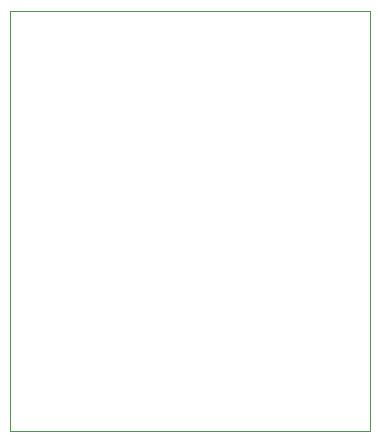
<source format=gbr>
%TF.GenerationSoftware,KiCad,Pcbnew,(6.0.10)*%
%TF.CreationDate,2023-02-17T12:14:38-08:00*%
%TF.ProjectId,lab4newproject,6c616234-6e65-4777-9072-6f6a6563742e,rev?*%
%TF.SameCoordinates,Original*%
%TF.FileFunction,Profile,NP*%
%FSLAX46Y46*%
G04 Gerber Fmt 4.6, Leading zero omitted, Abs format (unit mm)*
G04 Created by KiCad (PCBNEW (6.0.10)) date 2023-02-17 12:14:38*
%MOMM*%
%LPD*%
G01*
G04 APERTURE LIST*
%TA.AperFunction,Profile*%
%ADD10C,0.100000*%
%TD*%
G04 APERTURE END LIST*
D10*
X121920000Y-76200000D02*
X152400000Y-76200000D01*
X152400000Y-76200000D02*
X152400000Y-111760000D01*
X152400000Y-111760000D02*
X121920000Y-111760000D01*
X121920000Y-111760000D02*
X121920000Y-76200000D01*
M02*

</source>
